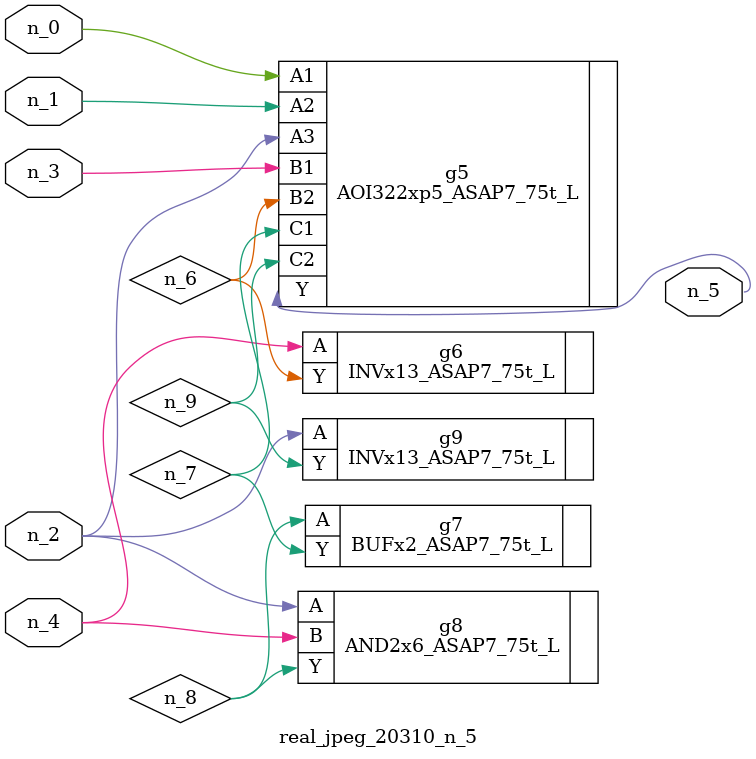
<source format=v>
module real_jpeg_20310_n_5 (n_4, n_0, n_1, n_2, n_3, n_5);

input n_4;
input n_0;
input n_1;
input n_2;
input n_3;

output n_5;

wire n_8;
wire n_6;
wire n_7;
wire n_9;

AOI322xp5_ASAP7_75t_L g5 ( 
.A1(n_0),
.A2(n_1),
.A3(n_2),
.B1(n_3),
.B2(n_6),
.C1(n_7),
.C2(n_9),
.Y(n_5)
);

AND2x6_ASAP7_75t_L g8 ( 
.A(n_2),
.B(n_4),
.Y(n_8)
);

INVx13_ASAP7_75t_L g9 ( 
.A(n_2),
.Y(n_9)
);

INVx13_ASAP7_75t_L g6 ( 
.A(n_4),
.Y(n_6)
);

BUFx2_ASAP7_75t_L g7 ( 
.A(n_8),
.Y(n_7)
);


endmodule
</source>
